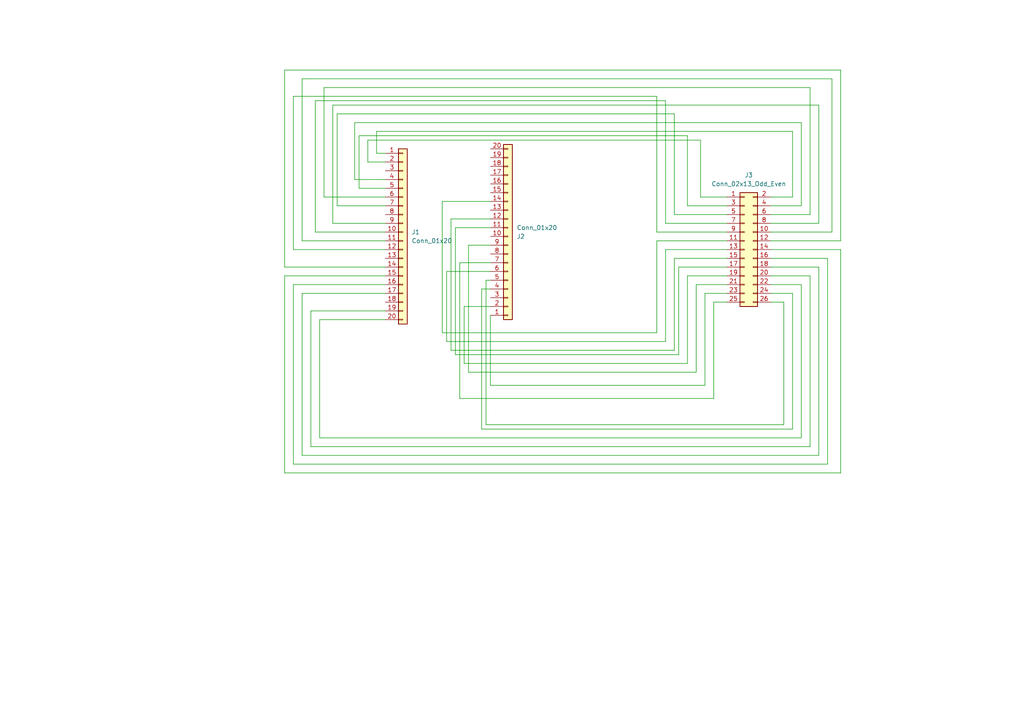
<source format=kicad_sch>
(kicad_sch (version 20211123) (generator eeschema)
  (paper "A4")
  (lib_symbols
    (symbol "Connector_Generic:Conn_01x20" (pin_names (offset 1.016) hide)
      (property "Reference" "J" (at 0 25.4 0))
      (property "Value" "Conn_01x20" (at 0 -27.94 0))
      (symbol "Conn_01x20_1_1"
        (rectangle (start -1.27 -25.273) (end 0 -25.527) (stroke (width 0.1524)))
        (rectangle (start -1.27 -22.733) (end 0 -22.987) (stroke (width 0.1524)))
        (rectangle (start -1.27 -20.193) (end 0 -20.447) (stroke (width 0.1524)))
        (rectangle (start -1.27 -17.653) (end 0 -17.907) (stroke (width 0.1524)))
        (rectangle (start -1.27 -15.113) (end 0 -15.367) (stroke (width 0.1524)))
        (rectangle (start -1.27 -12.573) (end 0 -12.827) (stroke (width 0.1524)))
        (rectangle (start -1.27 -10.033) (end 0 -10.287) (stroke (width 0.1524)))
        (rectangle (start -1.27 -7.493) (end 0 -7.747) (stroke (width 0.1524)))
        (rectangle (start -1.27 -4.953) (end 0 -5.207) (stroke (width 0.1524)))
        (rectangle (start -1.27 -2.413) (end 0 -2.667) (stroke (width 0.1524)))
        (rectangle (start -1.27 0.127) (end 0 -0.127) (stroke (width 0.1524)))
        (rectangle (start -1.27 2.667) (end 0 2.413) (stroke (width 0.1524)))
        (rectangle (start -1.27 5.207) (end 0 4.953) (stroke (width 0.1524)))
        (rectangle (start -1.27 7.747) (end 0 7.493) (stroke (width 0.1524)))
        (rectangle (start -1.27 10.287) (end 0 10.033) (stroke (width 0.1524)))
        (rectangle (start -1.27 12.827) (end 0 12.573) (stroke (width 0.1524)))
        (rectangle (start -1.27 15.367) (end 0 15.113) (stroke (width 0.1524)))
        (rectangle (start -1.27 17.907) (end 0 17.653) (stroke (width 0.1524)))
        (rectangle (start -1.27 20.447) (end 0 20.193) (stroke (width 0.1524)))
        (rectangle (start -1.27 22.987) (end 0 22.733) (stroke (width 0.1524)))
        (rectangle (start -1.27 24.13) (end 1.27 -26.67) (stroke (width 0.254)) (fill (type background)))
        (pin passive line (at -5.08 22.86 0) (length 3.81) (name "Pin_1") (number "1"))
        (pin passive line (at -5.08 0 0) (length 3.81) (name "Pin_10") (number "10"))
        (pin passive line (at -5.08 -2.54 0) (length 3.81) (name "Pin_11") (number "11"))
        (pin passive line (at -5.08 -5.08 0) (length 3.81) (name "Pin_12") (number "12"))
        (pin passive line (at -5.08 -7.62 0) (length 3.81) (name "Pin_13") (number "13"))
        (pin passive line (at -5.08 -10.16 0) (length 3.81) (name "Pin_14") (number "14"))
        (pin passive line (at -5.08 -12.7 0) (length 3.81) (name "Pin_15") (number "15"))
        (pin passive line (at -5.08 -15.24 0) (length 3.81) (name "Pin_16") (number "16"))
        (pin passive line (at -5.08 -17.78 0) (length 3.81) (name "Pin_17") (number "17"))
        (pin passive line (at -5.08 -20.32 0) (length 3.81) (name "Pin_18") (number "18"))
        (pin passive line (at -5.08 -22.86 0) (length 3.81) (name "Pin_19") (number "19"))
        (pin passive line (at -5.08 20.32 0) (length 3.81) (name "Pin_2") (number "2"))
        (pin passive line (at -5.08 -25.4 0) (length 3.81) (name "Pin_20") (number "20"))
        (pin passive line (at -5.08 17.78 0) (length 3.81) (name "Pin_3") (number "3"))
        (pin passive line (at -5.08 15.24 0) (length 3.81) (name "Pin_4") (number "4"))
        (pin passive line (at -5.08 12.7 0) (length 3.81) (name "Pin_5") (number "5"))
        (pin passive line (at -5.08 10.16 0) (length 3.81) (name "Pin_6") (number "6"))
        (pin passive line (at -5.08 7.62 0) (length 3.81) (name "Pin_7") (number "7"))
        (pin passive line (at -5.08 5.08 0) (length 3.81) (name "Pin_8") (number "8"))
        (pin passive line (at -5.08 2.54 0) (length 3.81) (name "Pin_9") (number "9"))
      )
    )
    (symbol "Connector_Generic:Conn_02x13_Odd_Even" (pin_names (offset 1.016) hide)
      (property "Reference" "J" (at 1.27 17.78 0))
      (property "Value" "Conn_02x13_Odd_Even" (at 1.27 -17.78 0))
      (symbol "Conn_02x13_Odd_Even_1_1"
        (rectangle (start -1.27 -15.113) (end 0 -15.367) (stroke (width 0.1524)))
        (rectangle (start -1.27 -12.573) (end 0 -12.827) (stroke (width 0.1524)))
        (rectangle (start -1.27 -10.033) (end 0 -10.287) (stroke (width 0.1524)))
        (rectangle (start -1.27 -7.493) (end 0 -7.747) (stroke (width 0.1524)))
        (rectangle (start -1.27 -4.953) (end 0 -5.207) (stroke (width 0.1524)))
        (rectangle (start -1.27 -2.413) (end 0 -2.667) (stroke (width 0.1524)))
        (rectangle (start -1.27 0.127) (end 0 -0.127) (stroke (width 0.1524)))
        (rectangle (start -1.27 2.667) (end 0 2.413) (stroke (width 0.1524)))
        (rectangle (start -1.27 5.207) (end 0 4.953) (stroke (width 0.1524)))
        (rectangle (start -1.27 7.747) (end 0 7.493) (stroke (width 0.1524)))
        (rectangle (start -1.27 10.287) (end 0 10.033) (stroke (width 0.1524)))
        (rectangle (start -1.27 12.827) (end 0 12.573) (stroke (width 0.1524)))
        (rectangle (start -1.27 15.367) (end 0 15.113) (stroke (width 0.1524)))
        (rectangle (start -1.27 16.51) (end 3.81 -16.51) (stroke (width 0.254)) (fill (type background)))
        (rectangle (start 3.81 -15.113) (end 2.54 -15.367) (stroke (width 0.1524)))
        (rectangle (start 3.81 -12.573) (end 2.54 -12.827) (stroke (width 0.1524)))
        (rectangle (start 3.81 -10.033) (end 2.54 -10.287) (stroke (width 0.1524)))
        (rectangle (start 3.81 -7.493) (end 2.54 -7.747) (stroke (width 0.1524)))
        (rectangle (start 3.81 -4.953) (end 2.54 -5.207) (stroke (width 0.1524)))
        (rectangle (start 3.81 -2.413) (end 2.54 -2.667) (stroke (width 0.1524)))
        (rectangle (start 3.81 0.127) (end 2.54 -0.127) (stroke (width 0.1524)))
        (rectangle (start 3.81 2.667) (end 2.54 2.413) (stroke (width 0.1524)))
        (rectangle (start 3.81 5.207) (end 2.54 4.953) (stroke (width 0.1524)))
        (rectangle (start 3.81 7.747) (end 2.54 7.493) (stroke (width 0.1524)))
        (rectangle (start 3.81 10.287) (end 2.54 10.033) (stroke (width 0.1524)))
        (rectangle (start 3.81 12.827) (end 2.54 12.573) (stroke (width 0.1524)))
        (rectangle (start 3.81 15.367) (end 2.54 15.113) (stroke (width 0.1524)))
        (pin passive line (at -5.08 15.24 0) (length 3.81) (name "Pin_1") (number "1"))
        (pin passive line (at 7.62 5.08 180) (length 3.81) (name "Pin_10") (number "10"))
        (pin passive line (at -5.08 2.54 0) (length 3.81) (name "Pin_11") (number "11"))
        (pin passive line (at 7.62 2.54 180) (length 3.81) (name "Pin_12") (number "12"))
        (pin passive line (at -5.08 0 0) (length 3.81) (name "Pin_13") (number "13"))
        (pin passive line (at 7.62 0 180) (length 3.81) (name "Pin_14") (number "14"))
        (pin passive line (at -5.08 -2.54 0) (length 3.81) (name "Pin_15") (number "15"))
        (pin passive line (at 7.62 -2.54 180) (length 3.81) (name "Pin_16") (number "16"))
        (pin passive line (at -5.08 -5.08 0) (length 3.81) (name "Pin_17") (number "17"))
        (pin passive line (at 7.62 -5.08 180) (length 3.81) (name "Pin_18") (number "18"))
        (pin passive line (at -5.08 -7.62 0) (length 3.81) (name "Pin_19") (number "19"))
        (pin passive line (at 7.62 15.24 180) (length 3.81) (name "Pin_2") (number "2"))
        (pin passive line (at 7.62 -7.62 180) (length 3.81) (name "Pin_20") (number "20"))
        (pin passive line (at -5.08 -10.16 0) (length 3.81) (name "Pin_21") (number "21"))
        (pin passive line (at 7.62 -10.16 180) (length 3.81) (name "Pin_22") (number "22"))
        (pin passive line (at -5.08 -12.7 0) (length 3.81) (name "Pin_23") (number "23"))
        (pin passive line (at 7.62 -12.7 180) (length 3.81) (name "Pin_24") (number "24"))
        (pin passive line (at -5.08 -15.24 0) (length 3.81) (name "Pin_25") (number "25"))
        (pin passive line (at 7.62 -15.24 180) (length 3.81) (name "Pin_26") (number "26"))
        (pin passive line (at -5.08 12.7 0) (length 3.81) (name "Pin_3") (number "3"))
        (pin passive line (at 7.62 12.7 180) (length 3.81) (name "Pin_4") (number "4"))
        (pin passive line (at -5.08 10.16 0) (length 3.81) (name "Pin_5") (number "5"))
        (pin passive line (at 7.62 10.16 180) (length 3.81) (name "Pin_6") (number "6"))
        (pin passive line (at -5.08 7.62 0) (length 3.81) (name "Pin_7") (number "7"))
        (pin passive line (at 7.62 7.62 180) (length 3.81) (name "Pin_8") (number "8"))
        (pin passive line (at -5.08 5.08 0) (length 3.81) (name "Pin_9") (number "9"))
      )
    )
  )
  (wire (pts (xy 132.08 102.87) (xy 132.08 66.04)))
  (wire (pts (xy 109.22 44.45) (xy 111.76 44.45)))
  (wire (pts (xy 190.5 27.94) (xy 85.09 27.94)))
  (wire (pts (xy 96.52 30.48) (xy 96.52 64.77)))
  (wire (pts (xy 87.63 132.08) (xy 87.63 85.09)))
  (wire (pts (xy 82.55 137.16) (xy 82.55 80.01)))
  (wire (pts (xy 210.82 74.93) (xy 195.58 74.93)))
  (wire (pts (xy 234.95 80.01) (xy 234.95 129.54)))
  (wire (pts (xy 91.44 29.21) (xy 91.44 67.31)))
  (wire (pts (xy 243.84 20.32) (xy 82.55 20.32)))
  (wire (pts (xy 203.2 57.15) (xy 203.2 40.64)))
  (wire (pts (xy 190.5 69.85) (xy 190.5 96.52)))
  (wire (pts (xy 234.95 129.54) (xy 90.17 129.54)))
  (wire (pts (xy 97.79 33.02) (xy 97.79 59.69)))
  (wire (pts (xy 106.68 40.64) (xy 106.68 46.99)))
  (wire (pts (xy 210.82 87.63) (xy 207.01 87.63)))
  (wire (pts (xy 240.03 74.93) (xy 240.03 134.62)))
  (wire (pts (xy 140.97 123.19) (xy 140.97 81.28)))
  (wire (pts (xy 237.49 64.77) (xy 237.49 30.48)))
  (wire (pts (xy 130.81 101.6) (xy 130.81 63.5)))
  (wire (pts (xy 87.63 85.09) (xy 111.76 85.09)))
  (wire (pts (xy 243.84 137.16) (xy 82.55 137.16)))
  (wire (pts (xy 92.71 127) (xy 92.71 92.71)))
  (wire (pts (xy 199.39 80.01) (xy 199.39 105.41)))
  (wire (pts (xy 199.39 39.37) (xy 104.14 39.37)))
  (wire (pts (xy 139.7 124.46) (xy 139.7 83.82)))
  (wire (pts (xy 223.52 82.55) (xy 232.41 82.55)))
  (wire (pts (xy 91.44 67.31) (xy 111.76 67.31)))
  (wire (pts (xy 90.17 90.17) (xy 111.76 90.17)))
  (wire (pts (xy 241.3 22.86) (xy 87.63 22.86)))
  (wire (pts (xy 223.52 77.47) (xy 237.49 77.47)))
  (wire (pts (xy 243.84 69.85) (xy 243.84 20.32)))
  (wire (pts (xy 128.27 58.42) (xy 142.24 58.42)))
  (wire (pts (xy 135.89 107.95) (xy 135.89 71.12)))
  (wire (pts (xy 234.95 62.23) (xy 234.95 25.4)))
  (wire (pts (xy 232.41 35.56) (xy 102.87 35.56)))
  (wire (pts (xy 210.82 80.01) (xy 199.39 80.01)))
  (wire (pts (xy 204.47 85.09) (xy 204.47 111.76)))
  (wire (pts (xy 104.14 54.61) (xy 111.76 54.61)))
  (wire (pts (xy 195.58 74.93) (xy 195.58 101.6)))
  (wire (pts (xy 193.04 64.77) (xy 193.04 29.21)))
  (wire (pts (xy 142.24 111.76) (xy 142.24 91.44)))
  (wire (pts (xy 223.52 85.09) (xy 229.87 85.09)))
  (wire (pts (xy 129.54 99.06) (xy 129.54 78.74)))
  (wire (pts (xy 133.35 76.2) (xy 142.24 76.2)))
  (wire (pts (xy 210.82 62.23) (xy 195.58 62.23)))
  (wire (pts (xy 102.87 35.56) (xy 102.87 52.07)))
  (wire (pts (xy 229.87 124.46) (xy 139.7 124.46)))
  (wire (pts (xy 134.62 88.9) (xy 142.24 88.9)))
  (wire (pts (xy 134.62 105.41) (xy 134.62 88.9)))
  (wire (pts (xy 195.58 33.02) (xy 97.79 33.02)))
  (wire (pts (xy 193.04 99.06) (xy 129.54 99.06)))
  (wire (pts (xy 223.52 59.69) (xy 232.41 59.69)))
  (wire (pts (xy 106.68 46.99) (xy 111.76 46.99)))
  (wire (pts (xy 243.84 72.39) (xy 243.84 137.16)))
  (wire (pts (xy 223.52 74.93) (xy 240.03 74.93)))
  (wire (pts (xy 130.81 63.5) (xy 142.24 63.5)))
  (wire (pts (xy 223.52 62.23) (xy 234.95 62.23)))
  (wire (pts (xy 102.87 52.07) (xy 111.76 52.07)))
  (wire (pts (xy 210.82 59.69) (xy 199.39 59.69)))
  (wire (pts (xy 232.41 59.69) (xy 232.41 35.56)))
  (wire (pts (xy 210.82 82.55) (xy 201.93 82.55)))
  (wire (pts (xy 195.58 101.6) (xy 130.81 101.6)))
  (wire (pts (xy 129.54 78.74) (xy 142.24 78.74)))
  (wire (pts (xy 223.52 72.39) (xy 243.84 72.39)))
  (wire (pts (xy 203.2 40.64) (xy 106.68 40.64)))
  (wire (pts (xy 190.5 67.31) (xy 190.5 27.94)))
  (wire (pts (xy 85.09 134.62) (xy 85.09 82.55)))
  (wire (pts (xy 82.55 80.01) (xy 111.76 80.01)))
  (wire (pts (xy 207.01 115.57) (xy 133.35 115.57)))
  (wire (pts (xy 193.04 29.21) (xy 91.44 29.21)))
  (wire (pts (xy 240.03 134.62) (xy 85.09 134.62)))
  (wire (pts (xy 241.3 67.31) (xy 241.3 22.86)))
  (wire (pts (xy 210.82 85.09) (xy 204.47 85.09)))
  (wire (pts (xy 87.63 22.86) (xy 87.63 69.85)))
  (wire (pts (xy 229.87 57.15) (xy 229.87 38.1)))
  (wire (pts (xy 104.14 39.37) (xy 104.14 54.61)))
  (wire (pts (xy 93.98 57.15) (xy 111.76 57.15)))
  (wire (pts (xy 190.5 96.52) (xy 128.27 96.52)))
  (wire (pts (xy 132.08 66.04) (xy 142.24 66.04)))
  (wire (pts (xy 232.41 82.55) (xy 232.41 127)))
  (wire (pts (xy 196.85 102.87) (xy 132.08 102.87)))
  (wire (pts (xy 96.52 64.77) (xy 111.76 64.77)))
  (wire (pts (xy 223.52 69.85) (xy 243.84 69.85)))
  (wire (pts (xy 210.82 64.77) (xy 193.04 64.77)))
  (wire (pts (xy 210.82 57.15) (xy 203.2 57.15)))
  (wire (pts (xy 207.01 87.63) (xy 207.01 115.57)))
  (wire (pts (xy 227.33 87.63) (xy 227.33 123.19)))
  (wire (pts (xy 223.52 87.63) (xy 227.33 87.63)))
  (wire (pts (xy 229.87 85.09) (xy 229.87 124.46)))
  (wire (pts (xy 97.79 59.69) (xy 111.76 59.69)))
  (wire (pts (xy 210.82 72.39) (xy 193.04 72.39)))
  (wire (pts (xy 140.97 81.28) (xy 142.24 81.28)))
  (wire (pts (xy 93.98 25.4) (xy 93.98 57.15)))
  (wire (pts (xy 85.09 27.94) (xy 85.09 72.39)))
  (wire (pts (xy 82.55 77.47) (xy 111.76 77.47)))
  (wire (pts (xy 227.33 123.19) (xy 140.97 123.19)))
  (wire (pts (xy 82.55 20.32) (xy 82.55 77.47)))
  (wire (pts (xy 210.82 77.47) (xy 196.85 77.47)))
  (wire (pts (xy 201.93 107.95) (xy 135.89 107.95)))
  (wire (pts (xy 232.41 127) (xy 92.71 127)))
  (wire (pts (xy 234.95 25.4) (xy 93.98 25.4)))
  (wire (pts (xy 85.09 82.55) (xy 111.76 82.55)))
  (wire (pts (xy 196.85 77.47) (xy 196.85 102.87)))
  (wire (pts (xy 237.49 30.48) (xy 96.52 30.48)))
  (wire (pts (xy 90.17 129.54) (xy 90.17 90.17)))
  (wire (pts (xy 85.09 72.39) (xy 111.76 72.39)))
  (wire (pts (xy 133.35 115.57) (xy 133.35 76.2)))
  (wire (pts (xy 128.27 96.52) (xy 128.27 58.42)))
  (wire (pts (xy 195.58 62.23) (xy 195.58 33.02)))
  (wire (pts (xy 199.39 59.69) (xy 199.39 39.37)))
  (wire (pts (xy 210.82 69.85) (xy 190.5 69.85)))
  (wire (pts (xy 139.7 83.82) (xy 142.24 83.82)))
  (wire (pts (xy 223.52 80.01) (xy 234.95 80.01)))
  (wire (pts (xy 135.89 71.12) (xy 142.24 71.12)))
  (wire (pts (xy 223.52 57.15) (xy 229.87 57.15)))
  (wire (pts (xy 237.49 77.47) (xy 237.49 132.08)))
  (wire (pts (xy 201.93 82.55) (xy 201.93 107.95)))
  (wire (pts (xy 229.87 38.1) (xy 109.22 38.1)))
  (wire (pts (xy 199.39 105.41) (xy 134.62 105.41)))
  (wire (pts (xy 92.71 92.71) (xy 111.76 92.71)))
  (wire (pts (xy 237.49 132.08) (xy 87.63 132.08)))
  (wire (pts (xy 223.52 67.31) (xy 241.3 67.31)))
  (wire (pts (xy 210.82 67.31) (xy 190.5 67.31)))
  (wire (pts (xy 87.63 69.85) (xy 111.76 69.85)))
  (wire (pts (xy 109.22 38.1) (xy 109.22 44.45)))
  (wire (pts (xy 204.47 111.76) (xy 142.24 111.76)))
  (wire (pts (xy 223.52 64.77) (xy 237.49 64.77)))
  (wire (pts (xy 193.04 72.39) (xy 193.04 99.06)))
  (symbol (lib_id "Connector_Generic:Conn_01x20") (at 116.84 67.31 0) (unit 1)
    (property "Reference" "J1" (at 119.38 67.3099 0) (effects (justify left)))
    (property "Value" "Conn_01x20" (at 119.38 69.8499 0) (effects (justify left)))
  )
  (symbol (lib_id "Connector_Generic:Conn_02x13_Odd_Even") (at 215.9 72.39 0) (unit 1)
    (property "Reference" "J3" (at 217.17 50.8 0))
    (property "Value" "Conn_02x13_Odd_Even" (at 217.17 53.34 0))
  )
  (symbol (lib_id "Connector_Generic:Conn_01x20") (at 147.32 68.58 0) (mirror x) (unit 1)
    (property "Reference" "J2" (at 149.86 68.5801 0) (effects (justify left)))
    (property "Value" "Conn_01x20" (at 149.86 66.0401 0) (effects (justify left)))
  )
)
</source>
